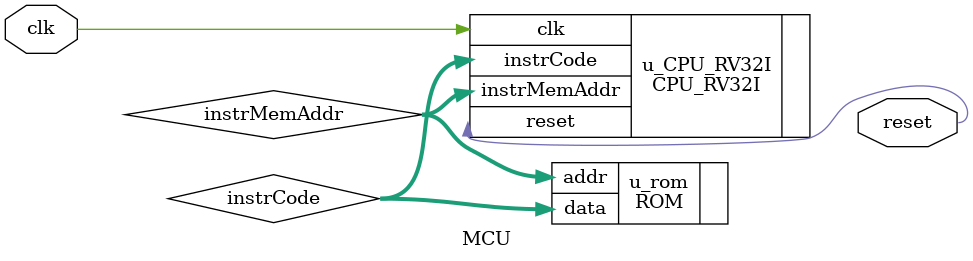
<source format=sv>
`timescale 1ns / 1ps

module MCU (
    input  logic clk,
    output logic reset
);
    logic [31:0] instrCode;
    logic [31:0] instrMemAddr;
    
    ROM u_rom (
        .addr(instrMemAddr),
        .data(instrCode)
    );

    CPU_RV32I u_CPU_RV32I (
        .clk         (clk),
        .reset       (reset),
        .instrCode   (instrCode),
        .instrMemAddr(instrMemAddr)
    );
endmodule

</source>
